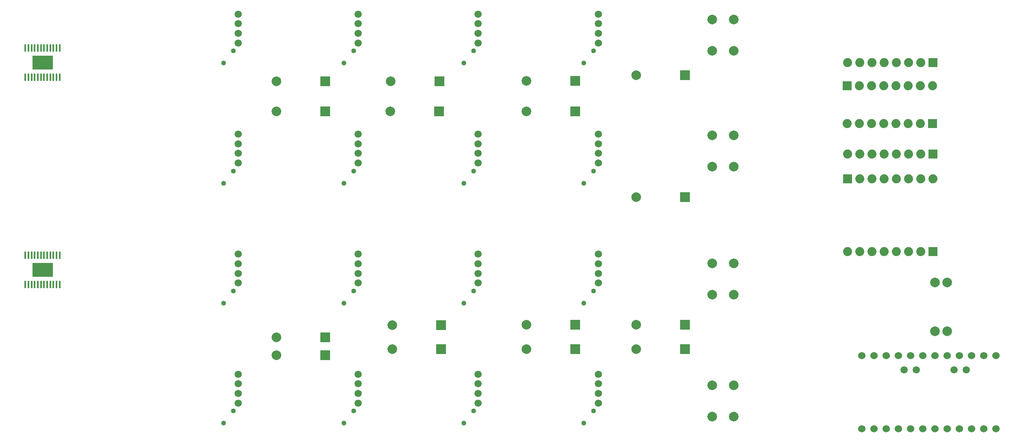
<source format=gts>
G04 #@! TF.FileFunction,Soldermask,Top*
%FSLAX46Y46*%
G04 Gerber Fmt 4.6, Leading zero omitted, Abs format (unit mm)*
G04 Created by KiCad (PCBNEW 4.0.4-stable) date 11/17/16 16:54:24*
%MOMM*%
%LPD*%
G01*
G04 APERTURE LIST*
%ADD10C,0.100000*%
%ADD11C,1.508000*%
%ADD12C,1.016000*%
%ADD13C,1.998980*%
%ADD14R,1.998980X1.998980*%
%ADD15R,1.879600X1.879600*%
%ADD16C,1.879600*%
%ADD17C,2.000000*%
%ADD18R,0.400000X1.650000*%
%ADD19R,4.320000X3.000000*%
%ADD20C,1.524000*%
%ADD21C,1.500000*%
G04 APERTURE END LIST*
D10*
D11*
X122500000Y-90000000D03*
X122500000Y-88000000D03*
X122500000Y-86000000D03*
X122500000Y-92000000D03*
X122500000Y-65000000D03*
X122500000Y-63000000D03*
X122500000Y-61000000D03*
X122500000Y-67000000D03*
X147500000Y-90000000D03*
X147500000Y-88000000D03*
X147500000Y-86000000D03*
X147500000Y-92000000D03*
D12*
X146519000Y-93672000D03*
X144487000Y-96212000D03*
D11*
X147500000Y-65000000D03*
X147500000Y-63000000D03*
X147500000Y-61000000D03*
X147500000Y-67000000D03*
D12*
X146519000Y-68672000D03*
X144487000Y-71212000D03*
X121519000Y-93672000D03*
X119487000Y-96212000D03*
X121519000Y-68672000D03*
X119487000Y-71212000D03*
D13*
X80504000Y-132079540D03*
D14*
X90664000Y-132079540D03*
D13*
X80504000Y-128325540D03*
D14*
X90664000Y-128325540D03*
D13*
X80504000Y-81280040D03*
D14*
X90664000Y-81280040D03*
D13*
X80504000Y-74985140D03*
D14*
X90664000Y-74985140D03*
D13*
X104634000Y-130809540D03*
D14*
X114794000Y-130809540D03*
D13*
X104634000Y-125785540D03*
D14*
X114794000Y-125785540D03*
D13*
X104140000Y-81280040D03*
D14*
X114300000Y-81280040D03*
D13*
X104225000Y-74985140D03*
D14*
X114385000Y-74985140D03*
D13*
X132574000Y-130809540D03*
D14*
X142734000Y-130809540D03*
D13*
X132574000Y-125729540D03*
D14*
X142734000Y-125729540D03*
D13*
X132574000Y-81280040D03*
D14*
X142734000Y-81280040D03*
D13*
X132574000Y-74930040D03*
D14*
X142734000Y-74930040D03*
D13*
X155434000Y-130809540D03*
D14*
X165594000Y-130809540D03*
D13*
X155434000Y-125729540D03*
D14*
X165594000Y-125729540D03*
D13*
X155434000Y-99115140D03*
D14*
X165594000Y-99115140D03*
D13*
X155434000Y-73715140D03*
D14*
X165594000Y-73715140D03*
D15*
X217170000Y-71120000D03*
D16*
X214630000Y-71120000D03*
X212090000Y-71120000D03*
X209550000Y-71120000D03*
X207010000Y-71120000D03*
X204470000Y-71120000D03*
X201930000Y-71120000D03*
X199390000Y-71120000D03*
D15*
X217170000Y-90170000D03*
D16*
X214630000Y-90170000D03*
X212090000Y-90170000D03*
X209550000Y-90170000D03*
X207010000Y-90170000D03*
X204470000Y-90170000D03*
X201930000Y-90170000D03*
X199390000Y-90170000D03*
D15*
X217170000Y-110490000D03*
D16*
X214630000Y-110490000D03*
X212090000Y-110490000D03*
X209550000Y-110490000D03*
X207010000Y-110490000D03*
X204470000Y-110490000D03*
X201930000Y-110490000D03*
X199390000Y-110490000D03*
D15*
X199390000Y-95305200D03*
D16*
X201930000Y-95305200D03*
X204470000Y-95305200D03*
X207010000Y-95305200D03*
X209550000Y-95305200D03*
X212090000Y-95305200D03*
X214630000Y-95305200D03*
X217170000Y-95305200D03*
D15*
X217160000Y-83820000D03*
D16*
X214620000Y-83820000D03*
X212080000Y-83820000D03*
X209540000Y-83820000D03*
X207000000Y-83820000D03*
X204460000Y-83820000D03*
X201920000Y-83820000D03*
X199380000Y-83820000D03*
D15*
X199380000Y-75873800D03*
D16*
X201920000Y-75873800D03*
X204460000Y-75873800D03*
X207000000Y-75873800D03*
X209540000Y-75873800D03*
X212080000Y-75873800D03*
X214620000Y-75873800D03*
X217160000Y-75873800D03*
D11*
X72500000Y-140000000D03*
X72500000Y-138000000D03*
X72500000Y-136000000D03*
X72500000Y-142000000D03*
X72500000Y-115000000D03*
X72500000Y-113000000D03*
X72500000Y-111000000D03*
X72500000Y-117000000D03*
X97500000Y-140000000D03*
X97500000Y-138000000D03*
X97500000Y-136000000D03*
X97500000Y-142000000D03*
D12*
X96519000Y-143672000D03*
X94487000Y-146212000D03*
D11*
X97500000Y-115000000D03*
X97500000Y-113000000D03*
X97500000Y-111000000D03*
X97500000Y-117000000D03*
D12*
X96519000Y-118672000D03*
X94487000Y-121212000D03*
X71519000Y-143672000D03*
X69487000Y-146212000D03*
X71519000Y-118672000D03*
X69487000Y-121212000D03*
D11*
X72500000Y-90000000D03*
X72500000Y-88000000D03*
X72500000Y-86000000D03*
X72500000Y-92000000D03*
X72500000Y-65000000D03*
X72500000Y-63000000D03*
X72500000Y-61000000D03*
X72500000Y-67000000D03*
X97500000Y-90000000D03*
X97500000Y-88000000D03*
X97500000Y-86000000D03*
X97500000Y-92000000D03*
D12*
X96519000Y-93672000D03*
X94487000Y-96212000D03*
D11*
X97500000Y-65000000D03*
X97500000Y-63000000D03*
X97500000Y-61000000D03*
X97500000Y-67000000D03*
D12*
X96519000Y-68672000D03*
X94487000Y-71212000D03*
X71519000Y-93672000D03*
X69487000Y-96212000D03*
X71519000Y-68672000D03*
X69487000Y-71212000D03*
D11*
X122500000Y-140000000D03*
X122500000Y-138000000D03*
X122500000Y-136000000D03*
X122500000Y-142000000D03*
X122500000Y-115000000D03*
X122500000Y-113000000D03*
X122500000Y-111000000D03*
X122500000Y-117000000D03*
X147500000Y-140000000D03*
X147500000Y-138000000D03*
X147500000Y-136000000D03*
X147500000Y-142000000D03*
D12*
X146519000Y-143672000D03*
X144487000Y-146212000D03*
D11*
X147500000Y-115000000D03*
X147500000Y-113000000D03*
X147500000Y-111000000D03*
X147500000Y-117000000D03*
D12*
X146519000Y-118672000D03*
X144487000Y-121212000D03*
X121519000Y-143672000D03*
X119487000Y-146212000D03*
X121519000Y-118672000D03*
X119487000Y-121212000D03*
D13*
X217664000Y-127055000D03*
X217664000Y-116895000D03*
X220204000Y-116895000D03*
X220204000Y-127055000D03*
D17*
X175754000Y-144835000D03*
X171254000Y-144835000D03*
X175754000Y-138335000D03*
X171254000Y-138335000D03*
X175754000Y-119435000D03*
X171254000Y-119435000D03*
X175754000Y-112935000D03*
X171254000Y-112935000D03*
X175754000Y-92765200D03*
X171254000Y-92765200D03*
X175754000Y-86265200D03*
X171254000Y-86265200D03*
X175754000Y-68635200D03*
X171254000Y-68635200D03*
X175754000Y-62135200D03*
X171254000Y-62135200D03*
D18*
X28175000Y-111250000D03*
X28825000Y-111250000D03*
X29475000Y-111250000D03*
X30775000Y-111250000D03*
X30125000Y-111250000D03*
X31425000Y-111250000D03*
X32075000Y-111250000D03*
X32725000Y-111250000D03*
X33375000Y-111250000D03*
X34025000Y-111250000D03*
X28175000Y-117350000D03*
X28825000Y-117350000D03*
X29475000Y-117350000D03*
X30125000Y-117350000D03*
X30775000Y-117350000D03*
X31425000Y-117350000D03*
X32075000Y-117350000D03*
X32725000Y-117350000D03*
X33375000Y-117350000D03*
X34025000Y-117350000D03*
X34675000Y-117350000D03*
X35325000Y-117350000D03*
X35325000Y-111250000D03*
X34675000Y-111250000D03*
D19*
X31750000Y-114300000D03*
D18*
X28175000Y-68070000D03*
X28825000Y-68070000D03*
X29475000Y-68070000D03*
X30775000Y-68070000D03*
X30125000Y-68070000D03*
X31425000Y-68070000D03*
X32075000Y-68070000D03*
X32725000Y-68070000D03*
X33375000Y-68070000D03*
X34025000Y-68070000D03*
X28175000Y-74170000D03*
X28825000Y-74170000D03*
X29475000Y-74170000D03*
X30125000Y-74170000D03*
X30775000Y-74170000D03*
X31425000Y-74170000D03*
X32075000Y-74170000D03*
X32725000Y-74170000D03*
X33375000Y-74170000D03*
X34025000Y-74170000D03*
X34675000Y-74170000D03*
X35325000Y-74170000D03*
X35325000Y-68070000D03*
X34675000Y-68070000D03*
D19*
X31750000Y-71120000D03*
D20*
X202424000Y-147375000D03*
X204964000Y-147375000D03*
X207504000Y-147375000D03*
X210044000Y-147375000D03*
X212584000Y-147375000D03*
X215124000Y-147375000D03*
X217664000Y-147375000D03*
X220204000Y-147375000D03*
X222744000Y-147375000D03*
X225284000Y-147375000D03*
X227824000Y-147375000D03*
X230364000Y-147375000D03*
X202424000Y-132135000D03*
X204964000Y-132135000D03*
X207504000Y-132135000D03*
X210044000Y-132135000D03*
X212584000Y-132135000D03*
X215124000Y-132135000D03*
X217664000Y-132135000D03*
X220204000Y-132135000D03*
X222744000Y-132135000D03*
X225284000Y-132135000D03*
X227824000Y-132135000D03*
X230364000Y-132135000D03*
D21*
X211187000Y-135056000D03*
X213727000Y-135056000D03*
X221601000Y-135056000D03*
X224141000Y-135056000D03*
M02*

</source>
